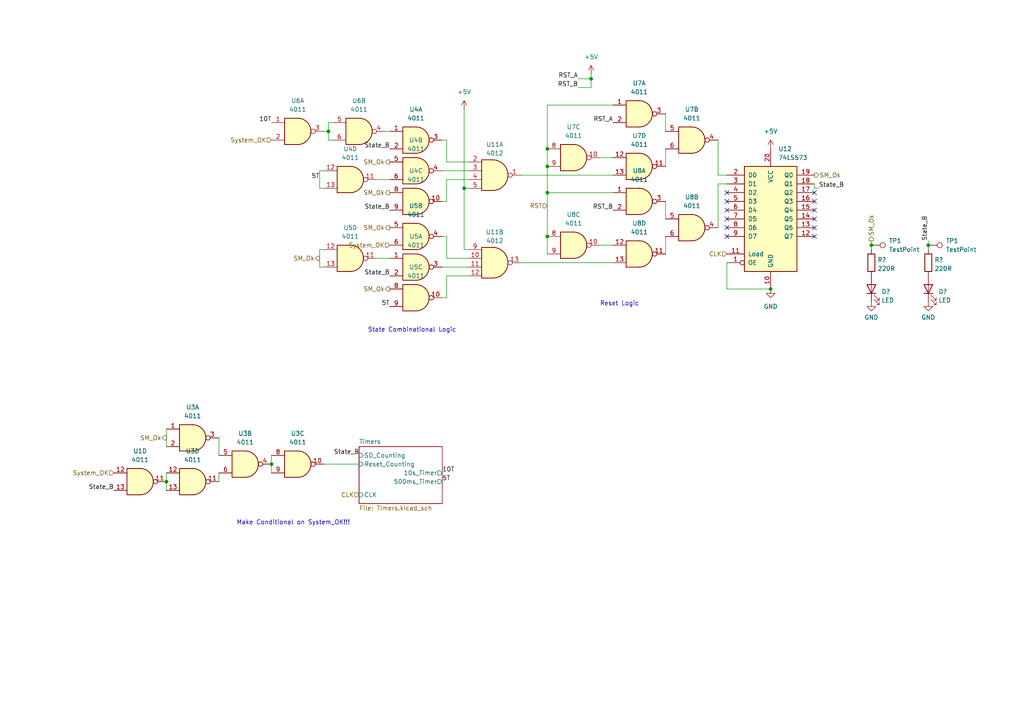
<source format=kicad_sch>
(kicad_sch (version 20230121) (generator eeschema)
  (paper "A4")
  (lib_symbols
    (symbol "4xxx:4011" (pin_names (offset 1.016))
      (property "Reference" "U" (at 0 1.27 0))
      (property "Value" "4011" (at 0 -1.27 0))
      (symbol "4011_1_1"
        (arc (start 0 -3.81) (mid 3.7934 0) (end 0 3.81) (stroke (width 0.254)) (fill (type background)))
        (polyline (pts (xy 0 3.81) (xy -3.81 3.81) (xy -3.81 -3.81) (xy 0 -3.81)) (stroke (width 0.254)) (fill (type background)))
        (pin input line (at -7.62 2.54 0) (length 3.81) (name "~") (number "1"))
        (pin input line (at -7.62 -2.54 0) (length 3.81) (name "~") (number "2"))
        (pin output inverted (at 7.62 0 180) (length 3.81) (name "~") (number "3"))
      )
      (symbol "4011_1_2"
        (arc (start -3.81 -3.81) (mid -2.589 0) (end -3.81 3.81) (stroke (width 0.254)))
        (arc (start -0.6096 -3.81) (mid 2.1842 -2.5851) (end 3.81 0) (stroke (width 0.254)) (fill (type background)))
        (polyline (pts (xy -3.81 -3.81) (xy -0.635 -3.81)) (stroke (width 0.254)) (fill (type background)))
        (polyline (pts (xy -3.81 3.81) (xy -0.635 3.81)) (stroke (width 0.254)) (fill (type background)))
        (polyline (pts (xy -0.635 3.81) (xy -3.81 3.81) (xy -3.81 3.81) (xy -3.556 3.4036) (xy -3.0226 2.2606) (xy -2.6924 1.0414) (xy -2.6162 -0.254) (xy -2.7686 -1.4986) (xy -3.175 -2.7178) (xy -3.81 -3.81) (xy -3.81 -3.81) (xy -0.635 -3.81)) (stroke (width -25.4)) (fill (type background)))
        (arc (start 3.81 0) (mid 2.1915 2.5936) (end -0.6096 3.81) (stroke (width 0.254)) (fill (type background)))
        (pin input inverted (at -7.62 2.54 0) (length 4.318) (name "~") (number "1"))
        (pin input inverted (at -7.62 -2.54 0) (length 4.318) (name "~") (number "2"))
        (pin output line (at 7.62 0 180) (length 3.81) (name "~") (number "3"))
      )
      (symbol "4011_2_1"
        (arc (start 0 -3.81) (mid 3.7934 0) (end 0 3.81) (stroke (width 0.254)) (fill (type background)))
        (polyline (pts (xy 0 3.81) (xy -3.81 3.81) (xy -3.81 -3.81) (xy 0 -3.81)) (stroke (width 0.254)) (fill (type background)))
        (pin output inverted (at 7.62 0 180) (length 3.81) (name "~") (number "4"))
        (pin input line (at -7.62 2.54 0) (length 3.81) (name "~") (number "5"))
        (pin input line (at -7.62 -2.54 0) (length 3.81) (name "~") (number "6"))
      )
      (symbol "4011_2_2"
        (arc (start -3.81 -3.81) (mid -2.589 0) (end -3.81 3.81) (stroke (width 0.254)))
        (arc (start -0.6096 -3.81) (mid 2.1842 -2.5851) (end 3.81 0) (stroke (width 0.254)) (fill (type background)))
        (polyline (pts (xy -3.81 -3.81) (xy -0.635 -3.81)) (stroke (width 0.254)) (fill (type background)))
        (polyline (pts (xy -3.81 3.81) (xy -0.635 3.81)) (stroke (width 0.254)) (fill (type background)))
        (polyline (pts (xy -0.635 3.81) (xy -3.81 3.81) (xy -3.81 3.81) (xy -3.556 3.4036) (xy -3.0226 2.2606) (xy -2.6924 1.0414) (xy -2.6162 -0.254) (xy -2.7686 -1.4986) (xy -3.175 -2.7178) (xy -3.81 -3.81) (xy -3.81 -3.81) (xy -0.635 -3.81)) (stroke (width -25.4)) (fill (type background)))
        (arc (start 3.81 0) (mid 2.1915 2.5936) (end -0.6096 3.81) (stroke (width 0.254)) (fill (type background)))
        (pin output line (at 7.62 0 180) (length 3.81) (name "~") (number "4"))
        (pin input inverted (at -7.62 2.54 0) (length 4.318) (name "~") (number "5"))
        (pin input inverted (at -7.62 -2.54 0) (length 4.318) (name "~") (number "6"))
      )
      (symbol "4011_3_1"
        (arc (start 0 -3.81) (mid 3.7934 0) (end 0 3.81) (stroke (width 0.254)) (fill (type background)))
        (polyline (pts (xy 0 3.81) (xy -3.81 3.81) (xy -3.81 -3.81) (xy 0 -3.81)) (stroke (width 0.254)) (fill (type background)))
        (pin output inverted (at 7.62 0 180) (length 3.81) (name "~") (number "10"))
        (pin input line (at -7.62 2.54 0) (length 3.81) (name "~") (number "8"))
        (pin input line (at -7.62 -2.54 0) (length 3.81) (name "~") (number "9"))
      )
      (symbol "4011_3_2"
        (arc (start -3.81 -3.81) (mid -2.589 0) (end -3.81 3.81) (stroke (width 0.254)))
        (arc (start -0.6096 -3.81) (mid 2.1842 -2.5851) (end 3.81 0) (stroke (width 0.254)) (fill (type background)))
        (polyline (pts (xy -3.81 -3.81) (xy -0.635 -3.81)) (stroke (width 0.254)) (fill (type background)))
        (polyline (pts (xy -3.81 3.81) (xy -0.635 3.81)) (stroke (width 0.254)) (fill (type background)))
        (polyline (pts (xy -0.635 3.81) (xy -3.81 3.81) (xy -3.81 3.81) (xy -3.556 3.4036) (xy -3.0226 2.2606) (xy -2.6924 1.0414) (xy -2.6162 -0.254) (xy -2.7686 -1.4986) (xy -3.175 -2.7178) (xy -3.81 -3.81) (xy -3.81 -3.81) (xy -0.635 -3.81)) (stroke (width -25.4)) (fill (type background)))
        (arc (start 3.81 0) (mid 2.1915 2.5936) (end -0.6096 3.81) (stroke (width 0.254)) (fill (type background)))
        (pin output line (at 7.62 0 180) (length 3.81) (name "~") (number "10"))
        (pin input inverted (at -7.62 2.54 0) (length 4.318) (name "~") (number "8"))
        (pin input inverted (at -7.62 -2.54 0) (length 4.318) (name "~") (number "9"))
      )
      (symbol "4011_4_1"
        (arc (start 0 -3.81) (mid 3.7934 0) (end 0 3.81) (stroke (width 0.254)) (fill (type background)))
        (polyline (pts (xy 0 3.81) (xy -3.81 3.81) (xy -3.81 -3.81) (xy 0 -3.81)) (stroke (width 0.254)) (fill (type background)))
        (pin output inverted (at 7.62 0 180) (length 3.81) (name "~") (number "11"))
        (pin input line (at -7.62 2.54 0) (length 3.81) (name "~") (number "12"))
        (pin input line (at -7.62 -2.54 0) (length 3.81) (name "~") (number "13"))
      )
      (symbol "4011_4_2"
        (arc (start -3.81 -3.81) (mid -2.589 0) (end -3.81 3.81) (stroke (width 0.254)))
        (arc (start -0.6096 -3.81) (mid 2.1842 -2.5851) (end 3.81 0) (stroke (width 0.254)) (fill (type background)))
        (polyline (pts (xy -3.81 -3.81) (xy -0.635 -3.81)) (stroke (width 0.254)) (fill (type background)))
        (polyline (pts (xy -3.81 3.81) (xy -0.635 3.81)) (stroke (width 0.254)) (fill (type background)))
        (polyline (pts (xy -0.635 3.81) (xy -3.81 3.81) (xy -3.81 3.81) (xy -3.556 3.4036) (xy -3.0226 2.2606) (xy -2.6924 1.0414) (xy -2.6162 -0.254) (xy -2.7686 -1.4986) (xy -3.175 -2.7178) (xy -3.81 -3.81) (xy -3.81 -3.81) (xy -0.635 -3.81)) (stroke (width -25.4)) (fill (type background)))
        (arc (start 3.81 0) (mid 2.1915 2.5936) (end -0.6096 3.81) (stroke (width 0.254)) (fill (type background)))
        (pin output line (at 7.62 0 180) (length 3.81) (name "~") (number "11"))
        (pin input inverted (at -7.62 2.54 0) (length 4.318) (name "~") (number "12"))
        (pin input inverted (at -7.62 -2.54 0) (length 4.318) (name "~") (number "13"))
      )
      (symbol "4011_5_0"
        (pin power_in line (at 0 12.7 270) (length 5.08) (name "VDD") (number "14"))
        (pin power_in line (at 0 -12.7 90) (length 5.08) (name "VSS") (number "7"))
      )
      (symbol "4011_5_1"
        (rectangle (start -5.08 7.62) (end 5.08 -7.62) (stroke (width 0.254)) (fill (type background)))
      )
    )
    (symbol "4xxx:4012" (pin_names (offset 1.016))
      (property "Reference" "U" (at 0 1.27 0))
      (property "Value" "4012" (at 0 -1.27 0))
      (symbol "4012_1_1"
        (arc (start -0.635 -4.445) (mid 3.7907 0) (end -0.635 4.445) (stroke (width 0.254)) (fill (type background)))
        (polyline (pts (xy -0.635 4.445) (xy -3.81 4.445) (xy -3.81 -4.445) (xy -0.635 -4.445)) (stroke (width 0.254)) (fill (type background)))
        (pin output inverted (at 7.62 0 180) (length 3.81) (name "~") (number "1"))
        (pin input line (at -7.62 3.81 0) (length 3.81) (name "~") (number "2"))
        (pin input line (at -7.62 1.27 0) (length 3.81) (name "~") (number "3"))
        (pin input line (at -7.62 -1.27 0) (length 3.81) (name "~") (number "4"))
        (pin input line (at -7.62 -3.81 0) (length 3.81) (name "~") (number "5"))
      )
      (symbol "4012_1_2"
        (arc (start -3.81 -4.445) (mid -2.5908 0) (end -3.81 4.445) (stroke (width 0.254)))
        (arc (start -0.6096 -4.445) (mid 2.2246 -2.8422) (end 3.81 0) (stroke (width 0.254)) (fill (type background)))
        (polyline (pts (xy -3.81 -4.445) (xy -0.635 -4.445)) (stroke (width 0.254)) (fill (type background)))
        (polyline (pts (xy -3.81 4.445) (xy -0.635 4.445)) (stroke (width 0.254)) (fill (type background)))
        (polyline (pts (xy -0.635 4.445) (xy -3.81 4.445) (xy -3.81 4.445) (xy -3.6322 4.0894) (xy -3.0988 2.921) (xy -2.7686 1.6764) (xy -2.6162 0.4318) (xy -2.6416 -0.8636) (xy -2.8702 -2.1082) (xy -3.2512 -3.3274) (xy -3.81 -4.445) (xy -3.81 -4.445) (xy -0.635 -4.445)) (stroke (width -25.4)) (fill (type background)))
        (arc (start 3.81 0) (mid 2.2204 2.8379) (end -0.6096 4.445) (stroke (width 0.254)) (fill (type background)))
        (pin output line (at 7.62 0 180) (length 3.81) (name "~") (number "1"))
        (pin input inverted (at -7.62 3.81 0) (length 3.81) (name "~") (number "2"))
        (pin input inverted (at -7.62 1.27 0) (length 4.826) (name "~") (number "3"))
        (pin input inverted (at -7.62 -1.27 0) (length 4.826) (name "~") (number "4"))
        (pin input inverted (at -7.62 -3.81 0) (length 3.81) (name "~") (number "5"))
      )
      (symbol "4012_2_1"
        (arc (start -0.635 -4.445) (mid 3.7907 0) (end -0.635 4.445) (stroke (width 0.254)) (fill (type background)))
        (polyline (pts (xy -0.635 4.445) (xy -3.81 4.445) (xy -3.81 -4.445) (xy -0.635 -4.445)) (stroke (width 0.254)) (fill (type background)))
        (pin input line (at -7.62 1.27 0) (length 3.81) (name "~") (number "10"))
        (pin input line (at -7.62 -1.27 0) (length 3.81) (name "~") (number "11"))
        (pin input line (at -7.62 -3.81 0) (length 3.81) (name "~") (number "12"))
        (pin output inverted (at 7.62 0 180) (length 3.81) (name "~") (number "13"))
        (pin input line (at -7.62 3.81 0) (length 3.81) (name "~") (number "9"))
      )
      (symbol "4012_2_2"
        (arc (start -3.81 -4.445) (mid -2.5908 0) (end -3.81 4.445) (stroke (width 0.254)))
        (arc (start -0.6096 -4.445) (mid 2.2246 -2.8422) (end 3.81 0) (stroke (width 0.254)) (fill (type background)))
        (polyline (pts (xy -3.81 -4.445) (xy -0.635 -4.445)) (stroke (width 0.254)) (fill (type background)))
        (polyline (pts (xy -3.81 4.445) (xy -0.635 4.445)) (stroke (width 0.254)) (fill (type background)))
        (polyline (pts (xy -0.635 4.445) (xy -3.81 4.445) (xy -3.81 4.445) (xy -3.6322 4.0894) (xy -3.0988 2.921) (xy -2.7686 1.6764) (xy -2.6162 0.4318) (xy -2.6416 -0.8636) (xy -2.8702 -2.1082) (xy -3.2512 -3.3274) (xy -3.81 -4.445) (xy -3.81 -4.445) (xy -0.635 -4.445)) (stroke (width -25.4)) (fill (type background)))
        (arc (start 3.81 0) (mid 2.2204 2.8379) (end -0.6096 4.445) (stroke (width 0.254)) (fill (type background)))
        (pin input inverted (at -7.62 1.27 0) (length 4.826) (name "~") (number "10"))
        (pin input inverted (at -7.62 -1.27 0) (length 4.826) (name "~") (number "11"))
        (pin input inverted (at -7.62 -3.81 0) (length 3.81) (name "~") (number "12"))
        (pin output line (at 7.62 0 180) (length 3.81) (name "~") (number "13"))
        (pin input inverted (at -7.62 3.81 0) (length 3.81) (name "~") (number "9"))
      )
      (symbol "4012_3_0"
        (pin power_in line (at 0 12.7 270) (length 5.08) (name "VDD") (number "14"))
        (pin power_in line (at 0 -12.7 90) (length 5.08) (name "VSS") (number "7"))
      )
      (symbol "4012_3_1"
        (rectangle (start -5.08 7.62) (end 5.08 -7.62) (stroke (width 0.254)) (fill (type background)))
      )
    )
    (symbol "74xx:74LS573" (pin_names (offset 1.016))
      (property "Reference" "U" (at -7.62 16.51 0))
      (property "Value" "74LS573" (at -7.62 -16.51 0))
      (symbol "74LS573_1_0"
        (pin input inverted (at -12.7 -12.7 0) (length 5.08) (name "OE") (number "1"))
        (pin power_in line (at 0 -20.32 90) (length 5.08) (name "GND") (number "10"))
        (pin input line (at -12.7 -10.16 0) (length 5.08) (name "Load") (number "11"))
        (pin tri_state line (at 12.7 -5.08 180) (length 5.08) (name "Q7") (number "12"))
        (pin tri_state line (at 12.7 -2.54 180) (length 5.08) (name "Q6") (number "13"))
        (pin tri_state line (at 12.7 0 180) (length 5.08) (name "Q5") (number "14"))
        (pin tri_state line (at 12.7 2.54 180) (length 5.08) (name "Q4") (number "15"))
        (pin tri_state line (at 12.7 5.08 180) (length 5.08) (name "Q3") (number "16"))
        (pin tri_state line (at 12.7 7.62 180) (length 5.08) (name "Q2") (number "17"))
        (pin tri_state line (at 12.7 10.16 180) (length 5.08) (name "Q1") (number "18"))
        (pin tri_state line (at 12.7 12.7 180) (length 5.08) (name "Q0") (number "19"))
        (pin input line (at -12.7 12.7 0) (length 5.08) (name "D0") (number "2"))
        (pin power_in line (at 0 20.32 270) (length 5.08) (name "VCC") (number "20"))
        (pin input line (at -12.7 10.16 0) (length 5.08) (name "D1") (number "3"))
        (pin input line (at -12.7 7.62 0) (length 5.08) (name "D2") (number "4"))
        (pin input line (at -12.7 5.08 0) (length 5.08) (name "D3") (number "5"))
        (pin input line (at -12.7 2.54 0) (length 5.08) (name "D4") (number "6"))
        (pin input line (at -12.7 0 0) (length 5.08) (name "D5") (number "7"))
        (pin input line (at -12.7 -2.54 0) (length 5.08) (name "D6") (number "8"))
        (pin input line (at -12.7 -5.08 0) (length 5.08) (name "D7") (number "9"))
      )
      (symbol "74LS573_1_1"
        (rectangle (start -7.62 15.24) (end 7.62 -15.24) (stroke (width 0.254)) (fill (type background)))
      )
    )
    (symbol "Connector:TestPoint" (pin_numbers hide) (pin_names (offset 0.762) hide)
      (property "Reference" "TP" (at 0 6.858 0))
      (property "Value" "TestPoint" (at 0 5.08 0))
      (symbol "TestPoint_0_1"
        (circle (center 0 3.302) (radius 0.762))
      )
      (symbol "TestPoint_1_1"
        (pin passive line (at 0 0 90) (length 2.54) (name "1") (number "1"))
      )
    )
    (symbol "Device:LED" (pin_numbers hide) (pin_names (offset 1.016) hide)
      (property "Reference" "D" (at 0 2.54 0))
      (property "Value" "LED" (at 0 -2.54 0))
      (symbol "LED_0_1"
        (polyline (pts (xy -1.27 -1.27) (xy -1.27 1.27)) (stroke (width 0.254)))
        (polyline (pts (xy -1.27 0) (xy 1.27 0)))
        (polyline (pts (xy 1.27 -1.27) (xy 1.27 1.27) (xy -1.27 0) (xy 1.27 -1.27)) (stroke (width 0.254)))
        (polyline (pts (xy -3.048 -0.762) (xy -4.572 -2.286) (xy -3.81 -2.286) (xy -4.572 -2.286) (xy -4.572 -1.524)))
        (polyline (pts (xy -1.778 -0.762) (xy -3.302 -2.286) (xy -2.54 -2.286) (xy -3.302 -2.286) (xy -3.302 -1.524)))
      )
      (symbol "LED_1_1"
        (pin passive line (at -3.81 0 0) (length 2.54) (name "K") (number "1"))
        (pin passive line (at 3.81 0 180) (length 2.54) (name "A") (number "2"))
      )
    )
    (symbol "Device:R" (pin_numbers hide) (pin_names (offset 0))
      (property "Reference" "R" (at 2.032 0 90))
      (property "Value" "R" (at 0 0 90))
      (symbol "R_0_1"
        (rectangle (start -1.016 -2.54) (end 1.016 2.54) (stroke (width 0.254)))
      )
      (symbol "R_1_1"
        (pin passive line (at 0 3.81 270) (length 1.27) (name "~") (number "1"))
        (pin passive line (at 0 -3.81 90) (length 1.27) (name "~") (number "2"))
      )
    )
    (symbol "power:+5V" (power) (pin_names (offset 0))
      (property "Value" "+5V" (at 0 3.556 0))
      (symbol "+5V_0_1"
        (polyline (pts (xy -0.762 1.27) (xy 0 2.54)))
        (polyline (pts (xy 0 0) (xy 0 2.54)))
        (polyline (pts (xy 0 2.54) (xy 0.762 1.27)))
      )
      (symbol "+5V_1_1"
        (pin power_in line (at 0 0 90) (length 0) hide (name "+5V") (number "1"))
      )
    )
    (symbol "power:GND" (power) (pin_names (offset 0))
      (property "Value" "GND" (at 0 -3.81 0))
      (symbol "GND_0_1"
        (polyline (pts (xy 0 0) (xy 0 -1.27) (xy 1.27 -1.27) (xy 0 -2.54) (xy -1.27 -1.27) (xy 0 -1.27)))
      )
      (symbol "GND_1_1"
        (pin power_in line (at 0 0 270) (length 0) hide (name "GND") (number "1"))
      )
    )
  )
  (junction (at 95.25 38.1))
  (junction (at 48.26 139.7))
  (junction (at 171.45 22.86))
  (junction (at 252.73 71.12))
  (junction (at 158.75 55.88))
  (junction (at 269.24 71.12))
  (junction (at 223.52 83.82))
  (junction (at 78.74 134.62))
  (junction (at 158.75 43.18))
  (junction (at 158.75 68.58))
  (junction (at 158.75 48.26))
  (junction (at 134.62 54.61))
  (no_connect (at 236.22 58.42))
  (no_connect (at 236.22 63.5))
  (no_connect (at 210.82 60.96))
  (no_connect (at 210.82 55.88))
  (no_connect (at 210.82 68.58))
  (no_connect (at 236.22 60.96))
  (no_connect (at 236.22 55.88))
  (no_connect (at 210.82 58.42))
  (no_connect (at 210.82 63.5))
  (no_connect (at 236.22 68.58))
  (no_connect (at 236.22 66.04))
  (no_connect (at 210.82 66.04))
  (wire (pts (xy 93.98 134.62) (xy 104.14 134.62)))
  (wire (pts (xy 96.52 35.56) (xy 95.25 35.56)))
  (wire (pts (xy 134.62 54.61) (xy 134.62 72.39)))
  (wire (pts (xy 167.64 25.4) (xy 171.45 25.4)))
  (wire (pts (xy 171.45 22.86) (xy 171.45 21.59)))
  (wire (pts (xy 173.99 45.72) (xy 177.8 45.72)))
  (wire (pts (xy 78.74 134.62) (xy 78.74 137.16)))
  (wire (pts (xy 158.75 55.88) (xy 158.75 68.58)))
  (wire (pts (xy 151.13 50.8) (xy 177.8 50.8)))
  (wire (pts (xy 128.27 49.53) (xy 135.89 49.53)))
  (wire (pts (xy 210.82 83.82) (xy 223.52 83.82)))
  (wire (pts (xy 252.73 71.12) (xy 252.73 72.39)))
  (wire (pts (xy 109.22 74.93) (xy 113.03 74.93)))
  (wire (pts (xy 48.26 124.46) (xy 48.26 129.54)))
  (wire (pts (xy 109.22 52.07) (xy 113.03 52.07)))
  (wire (pts (xy 129.54 68.58) (xy 129.54 74.93)))
  (wire (pts (xy 269.24 69.85) (xy 269.24 71.12)))
  (wire (pts (xy 129.54 46.99) (xy 135.89 46.99)))
  (wire (pts (xy 158.75 48.26) (xy 158.75 55.88)))
  (wire (pts (xy 92.71 77.47) (xy 93.98 77.47)))
  (wire (pts (xy 129.54 58.42) (xy 128.27 58.42)))
  (wire (pts (xy 129.54 86.36) (xy 128.27 86.36)))
  (wire (pts (xy 93.98 72.39) (xy 92.71 72.39)))
  (wire (pts (xy 208.28 50.8) (xy 208.28 40.64)))
  (wire (pts (xy 236.22 54.61) (xy 236.22 53.34)))
  (wire (pts (xy 63.5 139.7) (xy 63.5 137.16)))
  (wire (pts (xy 151.13 76.2) (xy 177.8 76.2)))
  (wire (pts (xy 128.27 77.47) (xy 135.89 77.47)))
  (wire (pts (xy 129.54 74.93) (xy 135.89 74.93)))
  (wire (pts (xy 95.25 35.56) (xy 95.25 38.1)))
  (wire (pts (xy 252.73 69.85) (xy 252.73 71.12)))
  (wire (pts (xy 158.75 30.48) (xy 158.75 43.18)))
  (wire (pts (xy 193.04 33.02) (xy 193.04 38.1)))
  (wire (pts (xy 208.28 50.8) (xy 210.82 50.8)))
  (wire (pts (xy 193.04 43.18) (xy 193.04 48.26)))
  (wire (pts (xy 129.54 80.01) (xy 129.54 86.36)))
  (wire (pts (xy 237.49 54.61) (xy 236.22 54.61)))
  (wire (pts (xy 92.71 72.39) (xy 92.71 77.47)))
  (wire (pts (xy 269.24 71.12) (xy 269.24 72.39)))
  (wire (pts (xy 128.27 68.58) (xy 129.54 68.58)))
  (wire (pts (xy 173.99 71.12) (xy 177.8 71.12)))
  (wire (pts (xy 177.8 30.48) (xy 158.75 30.48)))
  (wire (pts (xy 129.54 52.07) (xy 129.54 58.42)))
  (wire (pts (xy 92.71 54.61) (xy 93.98 54.61)))
  (wire (pts (xy 93.98 49.53) (xy 92.71 49.53)))
  (wire (pts (xy 95.25 40.64) (xy 96.52 40.64)))
  (wire (pts (xy 128.27 40.64) (xy 129.54 40.64)))
  (wire (pts (xy 129.54 80.01) (xy 135.89 80.01)))
  (wire (pts (xy 177.8 55.88) (xy 158.75 55.88)))
  (wire (pts (xy 208.28 53.34) (xy 208.28 66.04)))
  (wire (pts (xy 158.75 43.18) (xy 158.75 48.26)))
  (wire (pts (xy 63.5 127) (xy 63.5 132.08)))
  (wire (pts (xy 210.82 53.34) (xy 208.28 53.34)))
  (wire (pts (xy 134.62 31.75) (xy 134.62 54.61)))
  (wire (pts (xy 167.64 22.86) (xy 171.45 22.86)))
  (wire (pts (xy 193.04 68.58) (xy 193.04 73.66)))
  (wire (pts (xy 134.62 72.39) (xy 135.89 72.39)))
  (wire (pts (xy 129.54 40.64) (xy 129.54 46.99)))
  (wire (pts (xy 48.26 137.16) (xy 48.26 139.7)))
  (wire (pts (xy 129.54 52.07) (xy 135.89 52.07)))
  (wire (pts (xy 171.45 25.4) (xy 171.45 22.86)))
  (wire (pts (xy 78.74 132.08) (xy 78.74 134.62)))
  (wire (pts (xy 111.76 38.1) (xy 113.03 38.1)))
  (wire (pts (xy 210.82 76.2) (xy 210.82 83.82)))
  (wire (pts (xy 134.62 54.61) (xy 135.89 54.61)))
  (wire (pts (xy 48.26 139.7) (xy 48.26 142.24)))
  (wire (pts (xy 95.25 38.1) (xy 95.25 40.64)))
  (wire (pts (xy 93.98 38.1) (xy 95.25 38.1)))
  (wire (pts (xy 193.04 58.42) (xy 193.04 63.5)))
  (wire (pts (xy 158.75 68.58) (xy 158.75 73.66)))
  (wire (pts (xy 92.71 49.53) (xy 92.71 54.61)))
  (text "Make Conditional on System_OK!!!" (at 68.58 152.4 0) (effects (font (size 1.27 1.27)) (justify left bottom)))
  (text "State Combinational Logic" (at 106.68 96.52 0) (effects (font (size 1.27 1.27)) (justify left bottom)))
  (text "Reset Logic" (at 173.99 88.9 0) (effects (font (size 1.27 1.27)) (justify left bottom)))
  (label "State_B" (at 237.49 54.61 0))
  (label "5T" (at 113.03 88.9 180))
  (label "State_B" (at 33.02 142.24 180))
  (label "RST_B" (at 177.8 60.96 180))
  (label "5T" (at 128.27 139.7 0))
  (label "RST_A" (at 167.64 22.86 180))
  (label "10T" (at 78.74 35.56 180))
  (label "State_B" (at 104.14 132.08 180))
  (label "RST_B" (at 167.64 25.4 180))
  (label "State_B" (at 269.24 69.85 90))
  (label "State_B" (at 113.03 80.01 180))
  (label "10T" (at 128.27 137.16 0))
  (label "State_B" (at 113.03 43.18 180))
  (label "5T" (at 92.71 52.07 180))
  (label "RST_A" (at 177.8 35.56 180))
  (label "State_B" (at 113.03 60.96 180))
  (hierarchical_label "System_OK" (shape input) (at 78.74 40.64 180))
  (hierarchical_label "SM_Ok" (shape output) (at 252.73 69.85 90))
  (hierarchical_label "SM_Ok" (shape output) (at 113.03 66.04 180))
  (hierarchical_label "SM_Ok" (shape output) (at 113.03 46.99 180))
  (hierarchical_label "RST" (shape input) (at 158.75 59.69 180))
  (hierarchical_label "System_OK" (shape input) (at 113.03 71.12 180))
  (hierarchical_label "SM_Ok" (shape output) (at 113.03 55.88 180))
  (hierarchical_label "SM_Ok" (shape output) (at 113.03 83.82 180))
  (hierarchical_label "System_OK" (shape input) (at 33.02 137.16 180))
  (hierarchical_label "SM_Ok" (shape output) (at 92.71 74.93 180))
  (hierarchical_label "CLK" (shape input) (at 104.14 143.51 180))
  (hierarchical_label "SM_Ok" (shape output) (at 236.22 50.8 0))
  (hierarchical_label "CLK" (shape input) (at 210.82 73.66 180))
  (hierarchical_label "SM_Ok" (shape output) (at 48.26 127 180))
  (symbol (lib_id "4xxx:4011") (at 120.65 77.47 0) (unit 1)
    (property "Reference" "U5" (at 120.6417 68.58 0))
    (property "Value" "4011" (at 120.6417 71.12 0))
    (property "Footprint" "Package_DIP:DIP-14_W7.62mm_Socket" (effects hide))
    (property "Datasheet" "http://www.intersil.com/content/dam/Intersil/documents/cd40/cd4011bms-12bms-23bms.pdf" (effects hide))
  )
  (symbol (lib_id "4xxx:4011") (at 166.37 45.72 0) (unit 3)
    (property "Reference" "U7" (at 166.3617 36.83 0))
    (property "Value" "4011" (at 166.3617 39.37 0))
    (property "Footprint" "Package_DIP:DIP-14_W7.62mm_Socket" (effects hide))
    (property "Datasheet" "http://www.intersil.com/content/dam/Intersil/documents/cd40/cd4011bms-12bms-23bms.pdf" (effects hide))
  )
  (symbol (lib_id "4xxx:4011") (at 200.66 40.64 0) (unit 2)
    (property "Reference" "U7" (at 200.6517 31.75 0))
    (property "Value" "4011" (at 200.6517 34.29 0))
    (property "Footprint" "Package_DIP:DIP-14_W7.62mm_Socket" (effects hide))
    (property "Datasheet" "http://www.intersil.com/content/dam/Intersil/documents/cd40/cd4011bms-12bms-23bms.pdf" (effects hide))
  )
  (symbol (lib_id "Device:R") (at 252.73 76.2 180) (unit 1)
    (property "Reference" "R?" (at 254.508 75.3653 0) (effects (justify right)))
    (property "Value" "220R" (at 254.508 77.9022 0) (effects (justify right)))
    (property "Footprint" "Resistor_THT:R_Axial_DIN0207_L6.3mm_D2.5mm_P7.62mm_Horizontal" (effects hide))
    (instances (project "New BSPD" (path "" (reference "R?") (unit 1)) (path "" (reference "R7") (unit 1)) (path "" (reference "R9") (unit 1))) (project "BSPD - FSG" (path "" (reference "R?") (unit 1))))
  )
  (symbol (lib_id "4xxx:4011") (at 55.88 139.7 0) (unit 4)
    (property "Reference" "U3" (at 55.8717 130.81 0))
    (property "Value" "4011" (at 55.8717 133.35 0))
    (property "Footprint" "Package_DIP:DIP-14_W7.62mm_Socket" (effects hide))
    (property "Datasheet" "http://www.intersil.com/content/dam/Intersil/documents/cd40/cd4011bms-12bms-23bms.pdf" (effects hide))
  )
  (symbol (lib_id "4xxx:4012") (at 143.51 50.8 0) (unit 1)
    (property "Reference" "U11" (at 143.5003 41.91 0))
    (property "Value" "4012" (at 143.5003 44.45 0))
    (property "Footprint" "Package_DIP:DIP-14_W7.62mm_Socket" (effects hide))
    (property "Datasheet" "http://www.intersil.com/content/dam/Intersil/documents/cd40/cd4011bms-12bms-23bms.pdf" (effects hide))
  )
  (symbol (lib_id "4xxx:4011") (at 71.12 134.62 0) (unit 2)
    (property "Reference" "U3" (at 71.1117 125.73 0))
    (property "Value" "4011" (at 71.1117 128.27 0))
    (property "Footprint" "Package_DIP:DIP-14_W7.62mm_Socket" (effects hide))
    (property "Datasheet" "http://www.intersil.com/content/dam/Intersil/documents/cd40/cd4011bms-12bms-23bms.pdf" (effects hide))
  )
  (symbol (lib_id "4xxx:4011") (at 120.65 58.42 0) (unit 3)
    (property "Reference" "U4" (at 120.6417 49.53 0))
    (property "Value" "4011" (at 120.6417 52.07 0))
    (property "Footprint" "Package_DIP:DIP-14_W7.62mm_Socket" (effects hide))
    (property "Datasheet" "http://www.intersil.com/content/dam/Intersil/documents/cd40/cd4011bms-12bms-23bms.pdf" (effects hide))
  )
  (symbol (lib_id "Device:LED") (at 269.24 83.82 90) (unit 1)
    (property "Reference" "D?" (at 272.161 84.5728 90) (effects (justify right)))
    (property "Value" "LED" (at 272.161 87.1097 90) (effects (justify right)))
    (property "Footprint" "LED_THT:LED_D5.0mm" (effects hide))
    (instances (project "New BSPD" (path "" (reference "D?") (unit 1)) (path "" (reference "D5") (unit 1)) (path "" (reference "D7") (unit 1))) (project "BSPD - FSG" (path "" (reference "D?") (unit 1))))
  )
  (symbol (lib_id "power:+5V") (at 171.45 21.59 0) (unit 1)
    (property "Reference" "#PWR023" (effects hide))
    (property "Value" "+5V" (at 171.45 16.51 0))
  )
  (symbol (lib_id "power:+5V") (at 223.52 43.18 0) (unit 1)
    (property "Reference" "#PWR025" (effects hide))
    (property "Value" "+5V" (at 223.52 38.1 0))
  )
  (symbol (lib_id "4xxx:4011") (at 104.14 38.1 0) (unit 2)
    (property "Reference" "U6" (at 104.1317 29.21 0))
    (property "Value" "4011" (at 104.1317 31.75 0))
    (property "Footprint" "Package_DIP:DIP-14_W7.62mm_Socket" (effects hide))
    (property "Datasheet" "http://www.intersil.com/content/dam/Intersil/documents/cd40/cd4011bms-12bms-23bms.pdf" (effects hide))
  )
  (symbol (lib_id "power:GND") (at 252.73 87.63 0) (unit 1)
    (property "Reference" "#PWR?" (effects hide))
    (property "Value" "GND" (at 252.73 92.0734 0))
    (instances (project "New BSPD" (path "" (reference "#PWR?") (unit 1)) (path "" (reference "#PWR022") (unit 1)) (path "" (reference "#PWR044") (unit 1))) (project "BSPD - FSG" (path "" (reference "#PWR?") (unit 1))))
  )
  (symbol (lib_id "power:+5V") (at 134.62 31.75 0) (unit 1)
    (property "Reference" "#PWR024" (effects hide))
    (property "Value" "+5V" (at 134.62 26.67 0))
  )
  (symbol (lib_id "power:GND") (at 223.52 83.82 0) (unit 1)
    (property "Reference" "#PWR026" (effects hide))
    (property "Value" "GND" (at 223.52 88.9 0))
  )
  (symbol (lib_id "Device:R") (at 269.24 76.2 180) (unit 1)
    (property "Reference" "R?" (at 271.018 75.3653 0) (effects (justify right)))
    (property "Value" "220R" (at 271.018 77.9022 0) (effects (justify right)))
    (property "Footprint" "Resistor_THT:R_Axial_DIN0207_L6.3mm_D2.5mm_P7.62mm_Horizontal" (effects hide))
    (instances (project "New BSPD" (path "" (reference "R?") (unit 1)) (path "" (reference "R7") (unit 1)) (path "" (reference "R10") (unit 1))) (project "BSPD - FSG" (path "" (reference "R?") (unit 1))))
  )
  (symbol (lib_id "4xxx:4011") (at 166.37 71.12 0) (unit 3)
    (property "Reference" "U8" (at 166.3617 62.23 0))
    (property "Value" "4011" (at 166.3617 64.77 0))
    (property "Footprint" "Package_DIP:DIP-14_W7.62mm_Socket" (effects hide))
    (property "Datasheet" "http://www.intersil.com/content/dam/Intersil/documents/cd40/cd4011bms-12bms-23bms.pdf" (effects hide))
  )
  (symbol (lib_id "4xxx:4011") (at 185.42 48.26 0) (unit 4)
    (property "Reference" "U7" (at 185.4117 39.37 0))
    (property "Value" "4011" (at 185.4117 41.91 0))
    (property "Footprint" "Package_DIP:DIP-14_W7.62mm_Socket" (effects hide))
    (property "Datasheet" "http://www.intersil.com/content/dam/Intersil/documents/cd40/cd4011bms-12bms-23bms.pdf" (effects hide))
  )
  (symbol (lib_id "4xxx:4011") (at 40.64 139.7 0) (unit 4)
    (property "Reference" "U1" (at 40.6317 130.81 0))
    (property "Value" "4011" (at 40.6317 133.35 0))
    (property "Footprint" "Package_DIP:DIP-14_W7.62mm_Socket" (effects hide))
    (property "Datasheet" "http://www.intersil.com/content/dam/Intersil/documents/cd40/cd4011bms-12bms-23bms.pdf" (effects hide))
  )
  (symbol (lib_id "4xxx:4011") (at 120.65 68.58 0) (unit 2)
    (property "Reference" "U5" (at 120.6417 59.69 0))
    (property "Value" "4011" (at 120.6417 62.23 0))
    (property "Footprint" "Package_DIP:DIP-14_W7.62mm_Socket" (effects hide))
    (property "Datasheet" "http://www.intersil.com/content/dam/Intersil/documents/cd40/cd4011bms-12bms-23bms.pdf" (effects hide))
  )
  (symbol (lib_id "power:GND") (at 269.24 87.63 0) (unit 1)
    (property "Reference" "#PWR?" (effects hide))
    (property "Value" "GND" (at 269.24 92.0734 0))
    (instances (project "New BSPD" (path "" (reference "#PWR?") (unit 1)) (path "" (reference "#PWR022") (unit 1)) (path "" (reference "#PWR045") (unit 1))) (project "BSPD - FSG" (path "" (reference "#PWR?") (unit 1))))
  )
  (symbol (lib_id "4xxx:4011") (at 101.6 74.93 0) (unit 4)
    (property "Reference" "U5" (at 101.5917 66.04 0))
    (property "Value" "4011" (at 101.5917 68.58 0))
    (property "Footprint" "Package_DIP:DIP-14_W7.62mm_Socket" (effects hide))
    (property "Datasheet" "http://www.intersil.com/content/dam/Intersil/documents/cd40/cd4011bms-12bms-23bms.pdf" (effects hide))
  )
  (symbol (lib_id "Device:LED") (at 252.73 83.82 90) (unit 1)
    (property "Reference" "D?" (at 255.651 84.5728 90) (effects (justify right)))
    (property "Value" "LED" (at 255.651 87.1097 90) (effects (justify right)))
    (property "Footprint" "LED_THT:LED_D5.0mm" (effects hide))
    (instances (project "New BSPD" (path "" (reference "D?") (unit 1)) (path "" (reference "D5") (unit 1)) (path "" (reference "D6") (unit 1))) (project "BSPD - FSG" (path "" (reference "D?") (unit 1))))
  )
  (symbol (lib_id "4xxx:4011") (at 185.42 33.02 0) (unit 1)
    (property "Reference" "U7" (at 185.4117 24.13 0))
    (property "Value" "4011" (at 185.4117 26.67 0))
    (property "Footprint" "Package_DIP:DIP-14_W7.62mm_Socket" (effects hide))
    (property "Datasheet" "http://www.intersil.com/content/dam/Intersil/documents/cd40/cd4011bms-12bms-23bms.pdf" (effects hide))
  )
  (symbol (lib_id "4xxx:4011") (at 185.42 58.42 0) (unit 1)
    (property "Reference" "U8" (at 185.4117 49.53 0))
    (property "Value" "4011" (at 185.4117 52.07 0))
    (property "Footprint" "Package_DIP:DIP-14_W7.62mm_Socket" (effects hide))
    (property "Datasheet" "http://www.intersil.com/content/dam/Intersil/documents/cd40/cd4011bms-12bms-23bms.pdf" (effects hide))
  )
  (symbol (lib_id "74xx:74LS573") (at 223.52 63.5 0) (unit 1)
    (property "Reference" "U12" (at 225.7141 43.18 0) (effects (justify left)))
    (property "Value" "74LS573" (at 225.7141 45.72 0) (effects (justify left)))
    (property "Footprint" "Package_DIP:DIP-20_W7.62mm_Socket" (effects hide))
    (property "Datasheet" "74xx/74hc573.pdf" (effects hide))
  )
  (symbol (lib_id "4xxx:4011") (at 120.65 40.64 0) (unit 1)
    (property "Reference" "U4" (at 120.6417 31.75 0))
    (property "Value" "4011" (at 120.6417 34.29 0))
    (property "Footprint" "Package_DIP:DIP-14_W7.62mm_Socket" (effects hide))
    (property "Datasheet" "http://www.intersil.com/content/dam/Intersil/documents/cd40/cd4011bms-12bms-23bms.pdf" (effects hide))
  )
  (symbol (lib_id "4xxx:4011") (at 120.65 49.53 0) (unit 2)
    (property "Reference" "U4" (at 120.6417 40.64 0))
    (property "Value" "4011" (at 120.6417 43.18 0))
    (property "Footprint" "Package_DIP:DIP-14_W7.62mm_Socket" (effects hide))
    (property "Datasheet" "http://www.intersil.com/content/dam/Intersil/documents/cd40/cd4011bms-12bms-23bms.pdf" (effects hide))
  )
  (symbol (lib_id "4xxx:4011") (at 55.88 127 0) (unit 1)
    (property "Reference" "U3" (at 55.8717 118.11 0))
    (property "Value" "4011" (at 55.8717 120.65 0))
    (property "Footprint" "Package_DIP:DIP-14_W7.62mm_Socket" (effects hide))
    (property "Datasheet" "http://www.intersil.com/content/dam/Intersil/documents/cd40/cd4011bms-12bms-23bms.pdf" (effects hide))
  )
  (symbol (lib_id "4xxx:4011") (at 185.42 73.66 0) (unit 4)
    (property "Reference" "U8" (at 185.4117 64.77 0))
    (property "Value" "4011" (at 185.4117 67.31 0))
    (property "Footprint" "Package_DIP:DIP-14_W7.62mm_Socket" (effects hide))
    (property "Datasheet" "http://www.intersil.com/content/dam/Intersil/documents/cd40/cd4011bms-12bms-23bms.pdf" (effects hide))
  )
  (symbol (lib_id "4xxx:4011") (at 86.36 38.1 0) (unit 1)
    (property "Reference" "U6" (at 86.3517 29.21 0))
    (property "Value" "4011" (at 86.3517 31.75 0))
    (property "Footprint" "Package_DIP:DIP-14_W7.62mm_Socket" (effects hide))
    (property "Datasheet" "http://www.intersil.com/content/dam/Intersil/documents/cd40/cd4011bms-12bms-23bms.pdf" (effects hide))
  )
  (symbol (lib_id "4xxx:4011") (at 120.65 86.36 0) (unit 3)
    (property "Reference" "U5" (at 120.6417 77.47 0))
    (property "Value" "4011" (at 120.6417 80.01 0))
    (property "Footprint" "Package_DIP:DIP-14_W7.62mm_Socket" (effects hide))
    (property "Datasheet" "http://www.intersil.com/content/dam/Intersil/documents/cd40/cd4011bms-12bms-23bms.pdf" (effects hide))
  )
  (symbol (lib_id "4xxx:4012") (at 143.51 76.2 0) (unit 2)
    (property "Reference" "U11" (at 143.5003 67.31 0))
    (property "Value" "4012" (at 143.5003 69.85 0))
    (property "Footprint" "Package_DIP:DIP-14_W7.62mm_Socket" (effects hide))
    (property "Datasheet" "http://www.intersil.com/content/dam/Intersil/documents/cd40/cd4011bms-12bms-23bms.pdf" (effects hide))
  )
  (symbol (lib_id "Connector:TestPoint") (at 252.73 71.12 270) (unit 1)
    (property "Reference" "TP1" (at 257.81 69.85 90) (effects (justify left)))
    (property "Value" "TestPoint" (at 257.81 72.39 90) (effects (justify left)))
    (property "Footprint" "TestPoint:TestPoint_THTPad_D3.0mm_Drill1.5mm" (effects hide))
    (instances (project "New BSPD" (path "" (reference "TP1") (unit 1)) (path "" (reference "TP3") (unit 1))))
  )
  (symbol (lib_id "4xxx:4011") (at 86.36 134.62 0) (unit 3)
    (property "Reference" "U3" (at 86.3517 125.73 0))
    (property "Value" "4011" (at 86.3517 128.27 0))
    (property "Footprint" "Package_DIP:DIP-14_W7.62mm_Socket" (effects hide))
    (property "Datasheet" "http://www.intersil.com/content/dam/Intersil/documents/cd40/cd4011bms-12bms-23bms.pdf" (effects hide))
  )
  (symbol (lib_id "4xxx:4011") (at 200.66 66.04 0) (unit 2)
    (property "Reference" "U8" (at 200.6517 57.15 0))
    (property "Value" "4011" (at 200.6517 59.69 0))
    (property "Footprint" "Package_DIP:DIP-14_W7.62mm_Socket" (effects hide))
    (property "Datasheet" "http://www.intersil.com/content/dam/Intersil/documents/cd40/cd4011bms-12bms-23bms.pdf" (effects hide))
  )
  (symbol (lib_id "4xxx:4011") (at 101.6 52.07 0) (unit 4)
    (property "Reference" "U4" (at 101.5917 43.18 0))
    (property "Value" "4011" (at 101.5917 45.72 0))
    (property "Footprint" "Package_DIP:DIP-14_W7.62mm_Socket" (effects hide))
    (property "Datasheet" "http://www.intersil.com/content/dam/Intersil/documents/cd40/cd4011bms-12bms-23bms.pdf" (effects hide))
  )
  (symbol (lib_id "Connector:TestPoint") (at 269.24 71.12 270) (unit 1)
    (property "Reference" "TP1" (at 274.32 69.85 90) (effects (justify left)))
    (property "Value" "TestPoint" (at 274.32 72.39 90) (effects (justify left)))
    (property "Footprint" "TestPoint:TestPoint_THTPad_D3.0mm_Drill1.5mm" (effects hide))
    (instances (project "New BSPD" (path "" (reference "TP1") (unit 1)) (path "" (reference "TP4") (unit 1))))
  )
  (sheet (at 104.14 129.54) (size 24.13 16.51) (stroke (width 0.1524))
    (property "Sheetname" "Timers" (at 104.14 128.8284 0) (effects (justify left bottom)))
    (property "Sheetfile" "Timers.kicad_sch" (at 104.14 146.6346 0) (effects (justify left top)))
    (pin "CLK" input (at 104.14 143.51 180))
    (pin "SD_Counting" input (at 104.14 132.08 180))
    (pin "Reset_Counting" input (at 104.14 134.62 180))
    (pin "10s_Timer" output (at 128.27 137.16 0))
    (pin "500ms_Timer" output (at 128.27 139.7 0))
  )
)
</source>
